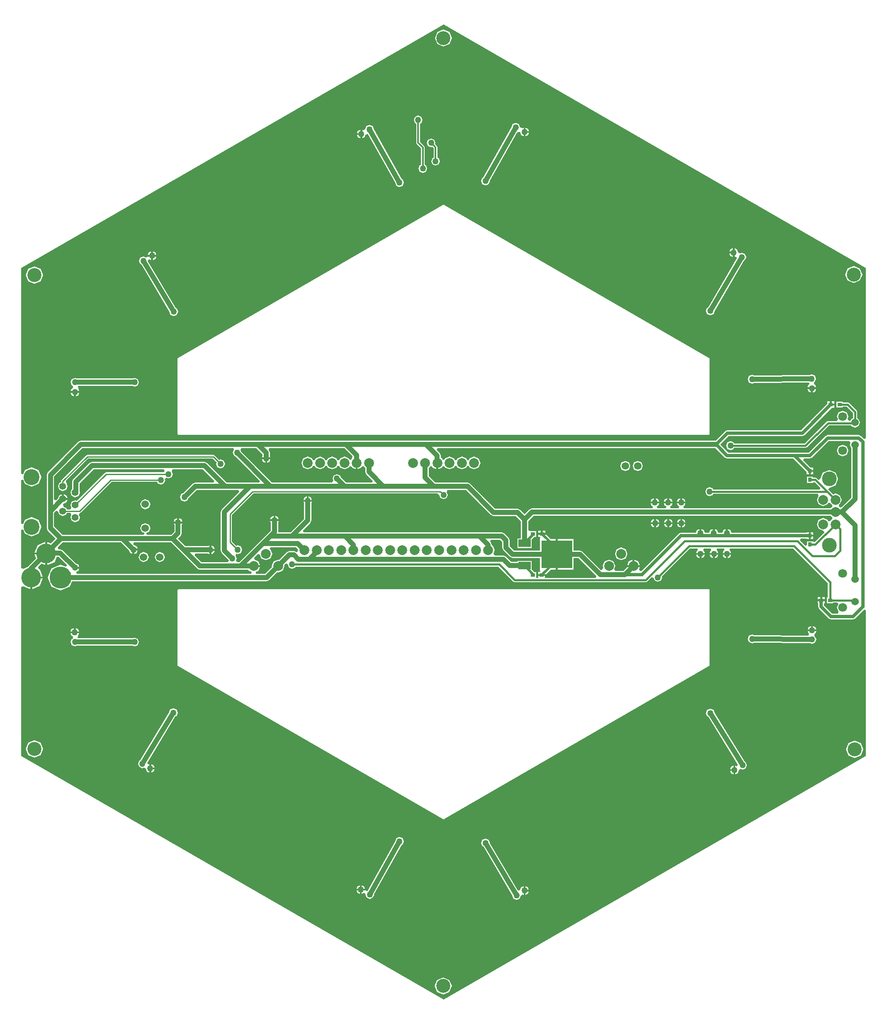
<source format=gbl>
%FSLAX25Y25*%
%MOIN*%
G70*
G01*
G75*
G04 Layer_Physical_Order=2*
G04 Layer_Color=16711680*
%ADD10R,0.01969X0.05906*%
%ADD11R,0.05906X0.01969*%
G04:AMPARAMS|DCode=12|XSize=59.06mil|YSize=35.43mil|CornerRadius=0mil|HoleSize=0mil|Usage=FLASHONLY|Rotation=120.000|XOffset=0mil|YOffset=0mil|HoleType=Round|Shape=Rectangle|*
%AMROTATEDRECTD12*
4,1,4,0.03011,-0.01671,-0.00058,-0.03443,-0.03011,0.01671,0.00058,0.03443,0.03011,-0.01671,0.0*
%
%ADD12ROTATEDRECTD12*%

%ADD13R,0.05906X0.03543*%
G04:AMPARAMS|DCode=14|XSize=59.06mil|YSize=35.43mil|CornerRadius=0mil|HoleSize=0mil|Usage=FLASHONLY|Rotation=240.000|XOffset=0mil|YOffset=0mil|HoleType=Round|Shape=Rectangle|*
%AMROTATEDRECTD14*
4,1,4,-0.00058,0.03443,0.03011,0.01671,0.00058,-0.03443,-0.03011,-0.01671,-0.00058,0.03443,0.0*
%
%ADD14ROTATEDRECTD14*%

%ADD15R,0.03543X0.03150*%
G04:AMPARAMS|DCode=16|XSize=35.43mil|YSize=31.5mil|CornerRadius=0mil|HoleSize=0mil|Usage=FLASHONLY|Rotation=300.000|XOffset=0mil|YOffset=0mil|HoleType=Round|Shape=Rectangle|*
%AMROTATEDRECTD16*
4,1,4,-0.02250,0.00747,0.00478,0.02322,0.02250,-0.00747,-0.00478,-0.02322,-0.02250,0.00747,0.0*
%
%ADD16ROTATEDRECTD16*%

G04:AMPARAMS|DCode=17|XSize=35.43mil|YSize=31.5mil|CornerRadius=0mil|HoleSize=0mil|Usage=FLASHONLY|Rotation=60.000|XOffset=0mil|YOffset=0mil|HoleType=Round|Shape=Rectangle|*
%AMROTATEDRECTD17*
4,1,4,0.00478,-0.02322,-0.02250,-0.00747,-0.00478,0.02322,0.02250,0.00747,0.00478,-0.02322,0.0*
%
%ADD17ROTATEDRECTD17*%

%ADD18R,0.03150X0.03543*%
%ADD19C,0.01181*%
%ADD20C,0.01000*%
%ADD21C,0.03937*%
%ADD22C,0.02756*%
%ADD23C,0.01969*%
%ADD24C,0.11811*%
%ADD25C,0.07874*%
%ADD26C,0.06000*%
%ADD27C,0.07087*%
%ADD28C,0.05512*%
%ADD29C,0.12795*%
%ADD30C,0.15748*%
%ADD31C,0.17716*%
%ADD32C,0.11221*%
%ADD33C,0.05000*%
%ADD34R,0.09843X0.06299*%
%ADD35R,0.24803X0.22441*%
%ADD36C,0.01575*%
G36*
X327194Y55593D02*
X326589Y54134D01*
X327706Y51438D01*
Y11747D01*
X320074Y4115D01*
X318704Y3658D01*
X317677Y4254D01*
X317721Y5872D01*
X318577Y6227D01*
X320074Y9843D01*
X318577Y13458D01*
X314961Y14956D01*
X313049Y14164D01*
X309670Y17544D01*
X309176Y18038D01*
X310039Y19330D01*
X315162Y21452D01*
X317284Y26575D01*
X315162Y31697D01*
X310039Y33819D01*
X304917Y31697D01*
X302795Y26575D01*
X301503Y25711D01*
X300123Y27091D01*
X298917Y27590D01*
X296850D01*
Y28445D01*
X292126D01*
Y23327D01*
X296850D01*
Y23665D01*
X298425Y23967D01*
X302894Y19498D01*
X302292Y18043D01*
X216730D01*
X216394Y18855D01*
X213878Y19897D01*
X211362Y18855D01*
X210320Y16339D01*
X211362Y13823D01*
X213878Y12780D01*
X216394Y13823D01*
X216730Y14634D01*
X300620D01*
X301337Y13059D01*
X300004Y9843D01*
X301502Y6227D01*
X305118Y4729D01*
X308734Y6227D01*
X309252Y7477D01*
X310827D01*
X311345Y6227D01*
X312595Y5709D01*
Y4134D01*
X311345Y3616D01*
X311083Y2983D01*
X192972D01*
X192658Y4558D01*
X193722Y4998D01*
X194505Y6890D01*
X187581D01*
X188364Y4998D01*
X189428Y4558D01*
X189115Y2983D01*
X182538D01*
X182225Y4558D01*
X183289Y4998D01*
X184072Y6890D01*
X177148D01*
X177931Y4998D01*
X178995Y4558D01*
X178682Y2983D01*
X171810D01*
X171497Y4558D01*
X172561Y4998D01*
X173344Y6890D01*
X166420D01*
X167203Y4998D01*
X168267Y4558D01*
X167954Y2983D01*
X71063D01*
X68954Y2109D01*
X65059Y-1785D01*
X61460Y1814D01*
X59350Y2688D01*
X41491D01*
X21401Y22779D01*
X19291Y23652D01*
X-6638D01*
X-11978Y28991D01*
Y35473D01*
X-11227Y35784D01*
X-10824Y36757D01*
X-9249D01*
X-8779Y35621D01*
X-5787Y34382D01*
Y39400D01*
X-4213D01*
Y34382D01*
X-1221Y35621D01*
X-751Y36757D01*
X824D01*
X1227Y35784D01*
X4843Y34286D01*
X8458Y35784D01*
X8976Y37035D01*
X10551D01*
X11069Y35784D01*
X14685Y34286D01*
X18301Y35784D01*
X18819Y37035D01*
X20394D01*
X20912Y35784D01*
X24528Y34286D01*
X28144Y35784D01*
X29641Y39400D01*
X28144Y43016D01*
X24528Y44514D01*
X20912Y43016D01*
X20394Y41765D01*
X18819D01*
X18301Y43016D01*
X14685Y44514D01*
X11069Y43016D01*
X10551Y41765D01*
X8976D01*
X8458Y43016D01*
X4843Y44514D01*
X1227Y43016D01*
X824Y42043D01*
X-751D01*
X-1221Y43179D01*
X-2135Y43557D01*
Y45276D01*
X-3009Y47385D01*
X-5615Y49991D01*
X-5013Y51446D01*
X218566D01*
X226197Y43815D01*
X227854Y43129D01*
X281017D01*
X291913Y32233D01*
Y30201D01*
X293701D01*
Y32972D01*
X294488D01*
Y33760D01*
X297063D01*
Y35744D01*
X295031D01*
X289102Y41674D01*
X289704Y43129D01*
X294587D01*
X296244Y43815D01*
X309597Y57168D01*
X326142D01*
X327194Y55593D01*
D02*
G37*
G36*
X-184149Y25107D02*
X-184751Y23652D01*
X-199635D01*
X-201744Y22779D01*
X-209423Y15099D01*
X-210812Y14524D01*
X-211854Y12008D01*
X-210812Y9492D01*
X-208296Y8450D01*
X-205780Y9492D01*
X-205205Y10881D01*
X-198399Y17686D01*
X-164771D01*
X-164168Y16231D01*
X-178290Y2109D01*
X-179164Y-0D01*
Y-30906D01*
X-178290Y-33015D01*
X-172875Y-38430D01*
X-172695Y-38864D01*
X-173738Y-40438D01*
X-194516D01*
X-200103Y-34851D01*
X-199501Y-33396D01*
X-189444D01*
X-188287Y-33876D01*
Y-30413D01*
Y-26951D01*
X-189444Y-27430D01*
X-207524D01*
X-213498Y-21457D01*
X-211277Y-19235D01*
X-210403Y-17126D01*
Y-10409D01*
X-209924Y-9252D01*
X-216848D01*
X-216369Y-10409D01*
Y-15890D01*
X-218952Y-18474D01*
X-237641D01*
X-238997Y-17947D01*
X-238933Y-16786D01*
X-237589Y-16229D01*
X-236901Y-15944D01*
X-235701Y-13046D01*
X-236901Y-10147D01*
X-239800Y-8946D01*
X-242699Y-10147D01*
X-243899Y-13046D01*
X-242699Y-15944D01*
X-242011Y-16229D01*
X-240667Y-16786D01*
X-240603Y-17947D01*
X-241959Y-18474D01*
X-306343D01*
X-313060Y-11756D01*
Y-625D01*
X-311353Y1082D01*
X-309816Y392D01*
X-308775Y-2121D01*
X-306063Y-3245D01*
X-303351Y-2121D01*
X-302805Y-803D01*
X-299938D01*
X-299057Y-2378D01*
X-299898Y-4409D01*
X-298775Y-7121D01*
X-296063Y-8245D01*
X-293351Y-7121D01*
X-292228Y-4409D01*
X-293069Y-2378D01*
X-292471Y-923D01*
X-292256Y-735D01*
X-291436Y-395D01*
X-266844Y24197D01*
X-230245D01*
X-229780Y23075D01*
X-227264Y22032D01*
X-224748Y23075D01*
X-223706Y25591D01*
X-224082Y26500D01*
X-222877Y27705D01*
X-221063Y26954D01*
X-218547Y27996D01*
X-217505Y30512D01*
X-218471Y32844D01*
X-217880Y34419D01*
X-193460D01*
X-184149Y25107D01*
D02*
G37*
G36*
X339567Y195866D02*
Y59387D01*
X337992Y58735D01*
X335558Y61169D01*
X333901Y61856D01*
X308626D01*
X306969Y61169D01*
X293616Y47816D01*
X228825D01*
X222311Y54331D01*
X229120Y61141D01*
X288386D01*
X290043Y61827D01*
X311960Y83744D01*
X313992D01*
Y85532D01*
X311221D01*
Y86319D01*
X310433D01*
Y88894D01*
X308449D01*
Y86862D01*
X287415Y65828D01*
X228150D01*
X226492Y65141D01*
X218763Y57412D01*
X-291437D01*
X-293546Y56538D01*
X-318153Y31932D01*
X-319026Y29823D01*
Y610D01*
Y-12992D01*
X-318153Y-15101D01*
X-311797Y-21457D01*
X-315679Y-25339D01*
X-318701Y-24087D01*
Y-33366D01*
Y-42645D01*
X-312696Y-40158D01*
X-310999Y-36060D01*
X-309457Y-35904D01*
X-302708Y-42652D01*
X-303600Y-43988D01*
X-307874Y-42217D01*
X-315257Y-45275D01*
X-318314Y-52658D01*
X-315257Y-60040D01*
X-307874Y-63098D01*
X-300491Y-60040D01*
X-298669Y-55640D01*
X-142194D01*
X-140084Y-54767D01*
X-133590Y-48273D01*
X-132957Y-48535D01*
X-129342Y-47037D01*
X-127844Y-43421D01*
X-128106Y-42788D01*
X-126711Y-41394D01*
X-125310Y-42126D01*
X-124268Y-44642D01*
X-121752Y-45684D01*
X-119236Y-44642D01*
X-118900Y-43830D01*
X43979D01*
X56078Y-55930D01*
X57284Y-56429D01*
X162500D01*
X163705Y-55930D01*
X167231Y-52404D01*
X168867Y-52996D01*
X169728Y-55075D01*
X172244Y-56117D01*
X174760Y-55075D01*
X175802Y-52559D01*
X175466Y-51748D01*
X198049Y-29165D01*
X204188D01*
X204502Y-30740D01*
X203916Y-30983D01*
X203132Y-32874D01*
X210057D01*
X209273Y-30983D01*
X208687Y-30740D01*
X209001Y-29165D01*
X214917D01*
X215230Y-30740D01*
X214644Y-30983D01*
X213861Y-32874D01*
X220785D01*
X220002Y-30983D01*
X219416Y-30740D01*
X219729Y-29165D01*
X225350D01*
X225663Y-30740D01*
X225077Y-30983D01*
X224294Y-32874D01*
X231218D01*
X230435Y-30983D01*
X229849Y-30740D01*
X230162Y-29165D01*
X281085D01*
X308925Y-57005D01*
Y-68504D01*
X308071D01*
Y-73228D01*
X313189D01*
Y-72571D01*
X316420D01*
X317306Y-74146D01*
X316218Y-76772D01*
X317530Y-79940D01*
X316962Y-81515D01*
X312388D01*
X305889Y-75016D01*
X305893Y-73441D01*
X306315D01*
Y-71653D01*
X300772D01*
Y-73441D01*
X301200D01*
Y-75984D01*
X301886Y-77641D01*
X309760Y-85516D01*
X311417Y-86202D01*
X329134D01*
X330791Y-85516D01*
X337992Y-78315D01*
X339567Y-78967D01*
Y-195866D01*
X0Y-391732D01*
X-339567Y-195866D01*
Y-60228D01*
X-337992Y-59572D01*
X-332283Y-61936D01*
Y-52658D01*
X-331496D01*
Y-51870D01*
X-322217D01*
X-324704Y-45866D01*
X-325562Y-45510D01*
X-325869Y-43966D01*
X-323297Y-41394D01*
X-320276Y-42645D01*
Y-34154D01*
X-328767D01*
X-327516Y-37175D01*
X-333605Y-43265D01*
X-333936Y-44063D01*
X-337992Y-45743D01*
X-339567Y-45087D01*
Y-14384D01*
X-337992Y-14071D01*
X-336602Y-17428D01*
X-331102Y-19706D01*
X-325603Y-17428D01*
X-323325Y-11929D01*
X-325603Y-6430D01*
X-331102Y-4152D01*
X-336602Y-6430D01*
X-337992Y-9787D01*
X-339567Y-9474D01*
Y25616D01*
X-337992Y25929D01*
X-336602Y22572D01*
X-331102Y20294D01*
X-325603Y22572D01*
X-323325Y28071D01*
X-325603Y33570D01*
X-331102Y35848D01*
X-336602Y33570D01*
X-337992Y30213D01*
X-339567Y30526D01*
Y195866D01*
X0Y391732D01*
X339567Y195866D01*
D02*
G37*
G36*
X-73197Y44963D02*
X-73421Y43259D01*
X-73615Y43179D01*
X-74085Y42043D01*
X-75660D01*
X-76063Y43016D01*
X-79679Y44514D01*
X-83295Y43016D01*
X-83813Y41765D01*
X-85387D01*
X-85905Y43016D01*
X-89521Y44514D01*
X-93137Y43016D01*
X-93655Y41765D01*
X-95230D01*
X-95748Y43016D01*
X-99364Y44514D01*
X-102980Y43016D01*
X-103498Y41765D01*
X-105072D01*
X-105590Y43016D01*
X-109206Y44514D01*
X-112822Y43016D01*
X-114320Y39400D01*
X-112822Y35784D01*
X-109206Y34286D01*
X-105590Y35784D01*
X-105072Y37035D01*
X-103498D01*
X-102980Y35784D01*
X-99364Y34286D01*
X-95748Y35784D01*
X-95230Y37035D01*
X-93655D01*
X-93137Y35784D01*
X-89521Y34286D01*
X-85905Y35784D01*
X-85387Y37035D01*
X-83813D01*
X-83295Y35784D01*
X-79679Y34286D01*
X-76063Y35784D01*
X-75660Y36757D01*
X-74085D01*
X-73615Y35621D01*
X-70624Y34382D01*
Y39400D01*
X-69049D01*
Y34382D01*
X-66058Y35621D01*
X-65587Y36757D01*
X-64012D01*
X-63610Y35784D01*
X-62977Y35522D01*
Y32336D01*
X-62103Y30227D01*
X-56983Y25107D01*
X-57586Y23652D01*
X-78292D01*
X-82637Y27997D01*
X-83212Y29386D01*
X-85728Y30428D01*
X-88244Y29386D01*
X-89287Y26870D01*
X-88606Y25227D01*
X-89600Y23652D01*
X-137741D01*
X-162755Y48667D01*
X-163254Y49871D01*
X-162663Y51446D01*
X-150547D01*
X-145503Y46402D01*
Y45055D01*
X-145982Y43898D01*
X-139058D01*
X-139537Y45055D01*
Y47638D01*
X-140410Y49747D01*
X-140655Y49991D01*
X-140052Y51446D01*
X-79681D01*
X-73197Y44963D01*
D02*
G37*
G36*
X-197861Y-45531D02*
X-195752Y-46404D01*
X-156751D01*
X-156421Y-47200D01*
X-154249Y-48100D01*
X-154562Y-49674D01*
X-294905D01*
X-295218Y-48100D01*
X-293679Y-47462D01*
X-292896Y-45571D01*
X-296358D01*
Y-43996D01*
X-292896D01*
X-293679Y-42105D01*
X-295624Y-41299D01*
X-306166Y-30757D01*
X-308276Y-29883D01*
X-309560D01*
X-310212Y-28308D01*
X-306343Y-24440D01*
X-259306D01*
X-252795Y-30951D01*
X-251990Y-32895D01*
X-250098Y-33679D01*
Y-30217D01*
X-249311D01*
Y-29429D01*
X-245849D01*
X-246632Y-27538D01*
X-248577Y-26732D01*
X-249414Y-25895D01*
X-248812Y-24440D01*
X-218952D01*
X-197861Y-45531D01*
D02*
G37*
G36*
X-116833Y-29904D02*
X-117163Y-30700D01*
X-116868Y-31410D01*
X-118087Y-32283D01*
X-118193Y-32329D01*
X-120276Y-31466D01*
X-123985D01*
X-126094Y-32340D01*
X-132325Y-38570D01*
X-132957Y-38308D01*
X-136573Y-39805D01*
X-138071Y-43421D01*
X-137809Y-44054D01*
X-143429Y-49674D01*
X-150723D01*
X-151036Y-48100D01*
X-148864Y-47200D01*
X-147625Y-44209D01*
X-152643D01*
Y-42634D01*
X-147625D01*
X-148864Y-39643D01*
X-151833Y-38413D01*
X-152270Y-36623D01*
X-149369Y-33721D01*
X-147646Y-34225D01*
X-146416Y-37195D01*
X-142800Y-38692D01*
X-139184Y-37195D01*
X-137686Y-33579D01*
X-139184Y-29963D01*
X-139495Y-29834D01*
X-139182Y-28259D01*
X-118478D01*
X-116833Y-29904D01*
D02*
G37*
G36*
X-168439Y49871D02*
X-169405Y47539D01*
X-168362Y45023D01*
X-166974Y44448D01*
X-147633Y25107D01*
X-148235Y23652D01*
X-174257D01*
X-190115Y39511D01*
X-192224Y40385D01*
X-282579D01*
X-284688Y39511D01*
X-297779Y26420D01*
X-298652Y24311D01*
Y18353D01*
X-298775Y18303D01*
X-299898Y15591D01*
X-298775Y12879D01*
X-296063Y11755D01*
X-293351Y12879D01*
X-292228Y15591D01*
X-292686Y16698D01*
Y23075D01*
X-281343Y34419D01*
X-224945D01*
X-224191Y32866D01*
X-224770Y31905D01*
X-271142D01*
X-272127Y31497D01*
X-294744Y8880D01*
X-296063Y9426D01*
X-298775Y8303D01*
X-299898Y5591D01*
X-299057Y3559D01*
X-299938Y1984D01*
X-302805D01*
X-303351Y3303D01*
X-305266Y4096D01*
X-305920Y5799D01*
X-305406Y6797D01*
X-303188Y7716D01*
X-302324Y9803D01*
X-306063D01*
Y10591D01*
X-306850D01*
Y14330D01*
X-308938Y13465D01*
X-310020Y10852D01*
X-311605Y9267D01*
X-313060Y9869D01*
Y28587D01*
X-290201Y51446D01*
X-169029D01*
X-168439Y49871D01*
D02*
G37*
G36*
X38147Y-2405D02*
X40256Y-3278D01*
X58115D01*
X62045Y-7208D01*
Y-21167D01*
X59319D01*
Y-29041D01*
X70736D01*
Y-22107D01*
X72961Y-19882D01*
X74508D01*
Y-15157D01*
X69390D01*
Y-15157D01*
X68010Y-14685D01*
Y-7271D01*
X72299Y-2983D01*
X311083D01*
X311345Y-3616D01*
X312595Y-4134D01*
Y-5709D01*
X311345Y-6227D01*
X310827Y-7477D01*
X309252D01*
X308734Y-6227D01*
X305118Y-4729D01*
X301502Y-6227D01*
X300004Y-9843D01*
X301502Y-13458D01*
X305118Y-14956D01*
X305274Y-14892D01*
X306166Y-16227D01*
X298425Y-23968D01*
X296850Y-23524D01*
Y-23524D01*
X292126D01*
Y-26536D01*
X290671Y-27138D01*
X286447Y-22915D01*
X287100Y-21340D01*
X291913D01*
Y-21768D01*
X293701D01*
Y-18996D01*
Y-16224D01*
X291913D01*
Y-16652D01*
X231290D01*
X230336Y-14349D01*
X228445Y-13565D01*
Y-17028D01*
X226870D01*
Y-13565D01*
X224979Y-14349D01*
X224025Y-16652D01*
X220857D01*
X219903Y-14349D01*
X218012Y-13565D01*
Y-17028D01*
X216437D01*
Y-13565D01*
X214546Y-14349D01*
X213592Y-16652D01*
X210129D01*
X209175Y-14349D01*
X207283Y-13565D01*
Y-17028D01*
X205709D01*
Y-13565D01*
X203817Y-14349D01*
X202863Y-16652D01*
X190847D01*
X189189Y-17339D01*
X159086Y-47442D01*
X157887Y-47328D01*
X156988Y-45832D01*
X157660Y-44209D01*
X147625D01*
X147628Y-44217D01*
X144501Y-47344D01*
X138151D01*
X137099Y-45769D01*
X138071Y-43421D01*
X136573Y-39805D01*
X132957Y-38308D01*
X129342Y-39805D01*
X127844Y-43421D01*
X128413Y-44794D01*
X127409Y-46420D01*
X126448Y-46504D01*
X111875Y-31932D01*
X109766Y-31058D01*
X104374D01*
Y-21821D01*
X91760D01*
Y-34041D01*
Y-46261D01*
X104374D01*
Y-37024D01*
X108530D01*
X122952Y-51445D01*
X122299Y-53020D01*
X81615D01*
Y-51487D01*
X76072D01*
Y-53020D01*
X74316D01*
Y-48338D01*
X72981D01*
X70736Y-46093D01*
Y-39159D01*
X59319D01*
Y-40113D01*
X54469D01*
X50141Y-35784D01*
X48031Y-34911D01*
X41241D01*
X40188Y-33336D01*
X41236Y-30807D01*
X39738Y-27191D01*
X39703Y-27177D01*
X39597Y-26921D01*
X38802Y-26592D01*
Y-26173D01*
X37928Y-24064D01*
X37593Y-23729D01*
X38196Y-22274D01*
X45615D01*
X47214Y-23873D01*
Y-28642D01*
X48088Y-30751D01*
X53487Y-36150D01*
X55596Y-37024D01*
X77571D01*
Y-46261D01*
X77571D01*
X77773Y-47836D01*
X77580Y-48125D01*
X76072D01*
Y-49913D01*
X82343D01*
X85994Y-46261D01*
X90185D01*
Y-34041D01*
Y-21821D01*
X86048D01*
X82535Y-18307D01*
X76264D01*
Y-20095D01*
X77577D01*
X77678Y-20246D01*
X77571Y-21821D01*
X77571D01*
Y-31058D01*
X56832D01*
X53180Y-27406D01*
Y-22638D01*
X52306Y-20528D01*
X48960Y-17182D01*
X46850Y-16308D01*
X-112493D01*
X-113095Y-14853D01*
X-107143Y-8901D01*
X-106269Y-6791D01*
Y7111D01*
X-105790Y8268D01*
X-112714D01*
X-112235Y7111D01*
Y-5556D01*
X-122988Y-16308D01*
X-132776D01*
X-132942Y-16059D01*
Y-8539D01*
X-132463Y-7382D01*
X-139387D01*
X-138908Y-8539D01*
Y-14823D01*
X-141267Y-17182D01*
X-147252Y-23167D01*
X-164375Y-40291D01*
X-165994Y-40188D01*
X-166872Y-38864D01*
X-166225Y-37303D01*
X-167227Y-34883D01*
X-166528Y-33468D01*
X-165551Y-33873D01*
X-163035Y-32831D01*
X-161993Y-30315D01*
X-163035Y-27799D01*
X-165551Y-26757D01*
X-166674Y-27222D01*
X-170260Y-23635D01*
Y-2349D01*
X-152966Y14945D01*
X-4780D01*
X-3558Y13780D01*
X-2516Y11264D01*
X0Y10221D01*
X2516Y11264D01*
X3558Y13780D01*
X2592Y16112D01*
X3183Y17686D01*
X18056D01*
X38147Y-2405D01*
D02*
G37*
%LPC*%
G36*
X231218Y-34449D02*
X228543D01*
Y-37124D01*
X230435Y-36340D01*
X231218Y-34449D01*
D02*
G37*
G36*
X226969D02*
X224294D01*
X225077Y-36340D01*
X226969Y-37124D01*
Y-34449D01*
D02*
G37*
G36*
X68575Y-304829D02*
X65900D01*
Y-307504D01*
X67791Y-306721D01*
X68575Y-304829D01*
D02*
G37*
G36*
X-245849Y-31004D02*
X-248524D01*
Y-33679D01*
X-246632Y-32895D01*
X-245849Y-31004D01*
D02*
G37*
G36*
X33762Y-262387D02*
X31246Y-263429D01*
X30204Y-265945D01*
X31246Y-268461D01*
X31961Y-268757D01*
X55141Y-307882D01*
X55103Y-307972D01*
X56145Y-310489D01*
X58661Y-311531D01*
X61177Y-310489D01*
X62091Y-308283D01*
X62907Y-307593D01*
X63607Y-307207D01*
X64325Y-307504D01*
Y-304042D01*
Y-300580D01*
X62434Y-301363D01*
X61450Y-303738D01*
X59869Y-304159D01*
X37283Y-266035D01*
X37321Y-265945D01*
X36279Y-263429D01*
X33762Y-262387D01*
D02*
G37*
G36*
X-184038Y-31201D02*
X-186713D01*
Y-33876D01*
X-184821Y-33092D01*
X-184038Y-31201D01*
D02*
G37*
G36*
X65900Y-300580D02*
Y-303255D01*
X68575D01*
X67791Y-301363D01*
X65900Y-300580D01*
D02*
G37*
G36*
X216535Y-34449D02*
X213861D01*
X214644Y-36340D01*
X216535Y-37124D01*
Y-34449D01*
D02*
G37*
G36*
X210057D02*
X207382D01*
Y-37124D01*
X209273Y-36340D01*
X210057Y-34449D01*
D02*
G37*
G36*
X220785D02*
X218110D01*
Y-37124D01*
X220002Y-36340D01*
X220785Y-34449D01*
D02*
G37*
G36*
X-67323Y-304134D02*
X-69998D01*
X-69214Y-306025D01*
X-67323Y-306809D01*
Y-304134D01*
D02*
G37*
G36*
X-35393Y-261107D02*
X-37909Y-262149D01*
X-38951Y-264665D01*
X-38892Y-264809D01*
X-61109Y-304495D01*
X-61603Y-304699D01*
X-62623Y-304134D01*
X-65748D01*
Y-306809D01*
X-64022Y-306094D01*
X-62635Y-306862D01*
X-62635Y-306862D01*
X-62810Y-307283D01*
X-61768Y-309800D01*
X-59252Y-310842D01*
X-56736Y-309800D01*
X-55694Y-307283D01*
X-55753Y-307140D01*
X-33535Y-267454D01*
X-32877Y-267181D01*
X-31834Y-264665D01*
X-32877Y-262149D01*
X-35393Y-261107D01*
D02*
G37*
G36*
X-320276Y-24087D02*
X-326280Y-26574D01*
X-328767Y-32579D01*
X-320276D01*
Y-24087D01*
D02*
G37*
G36*
X179921Y-9744D02*
X177246D01*
X178030Y-11636D01*
X179921Y-12419D01*
Y-9744D01*
D02*
G37*
G36*
X173442D02*
X170768D01*
Y-12419D01*
X172659Y-11636D01*
X173442Y-9744D01*
D02*
G37*
G36*
X169193D02*
X166518D01*
X167301Y-11636D01*
X169193Y-12419D01*
Y-9744D01*
D02*
G37*
G36*
X194604D02*
X191929D01*
Y-12419D01*
X193820Y-11636D01*
X194604Y-9744D01*
D02*
G37*
G36*
X190354D02*
X187679D01*
X188463Y-11636D01*
X190354Y-12419D01*
Y-9744D01*
D02*
G37*
G36*
X184171D02*
X181496D01*
Y-12419D01*
X183387Y-11636D01*
X184171Y-9744D01*
D02*
G37*
G36*
X297063Y-19783D02*
X295275D01*
Y-21768D01*
X297063D01*
Y-19783D01*
D02*
G37*
G36*
X-186713Y-26951D02*
Y-29626D01*
X-184038D01*
X-184821Y-27735D01*
X-186713Y-26951D01*
D02*
G37*
G36*
X-300Y-373875D02*
X-5196Y-375904D01*
X-7225Y-380800D01*
X-5196Y-385697D01*
X-300Y-387725D01*
X4597Y-385697D01*
X6625Y-380800D01*
X4597Y-375904D01*
X-300Y-373875D01*
D02*
G37*
G36*
X81807Y-14945D02*
X79823D01*
Y-16732D01*
X81807D01*
Y-14945D01*
D02*
G37*
G36*
X78248D02*
X76264D01*
Y-16732D01*
X78248D01*
Y-14945D01*
D02*
G37*
G36*
X297063Y-16224D02*
X295275D01*
Y-18209D01*
X297063D01*
Y-16224D01*
D02*
G37*
G36*
X205807Y-34449D02*
X203132D01*
X203916Y-36340D01*
X205807Y-37124D01*
Y-34449D01*
D02*
G37*
G36*
X-328900Y-183375D02*
X-333797Y-185404D01*
X-335825Y-190300D01*
X-333797Y-195196D01*
X-328900Y-197225D01*
X-324004Y-195196D01*
X-321975Y-190300D01*
X-324004Y-185404D01*
X-328900Y-183375D01*
D02*
G37*
G36*
X330400Y-183675D02*
X325503Y-185704D01*
X323475Y-190600D01*
X325503Y-195496D01*
X330400Y-197525D01*
X335297Y-195496D01*
X337325Y-190600D01*
X335297Y-185704D01*
X330400Y-183675D01*
D02*
G37*
G36*
X214469Y-158056D02*
X211952Y-159098D01*
X210910Y-161614D01*
X211952Y-164130D01*
X212715Y-164446D01*
X236612Y-202972D01*
X236062Y-203805D01*
X235442Y-204192D01*
X234547Y-203821D01*
Y-207283D01*
Y-210746D01*
X236439Y-209962D01*
X237490Y-207423D01*
X237548Y-207283D01*
X237548D01*
X238835Y-206276D01*
X240354Y-206905D01*
X242870Y-205862D01*
X243913Y-203346D01*
X242870Y-200830D01*
X242108Y-200515D01*
X218007Y-161661D01*
X218027Y-161614D01*
X216985Y-159098D01*
X214469Y-158056D01*
D02*
G37*
G36*
X-297244Y-93191D02*
X-299135Y-93975D01*
X-299919Y-95866D01*
X-297244D01*
Y-93191D01*
D02*
G37*
G36*
X299624Y-95768D02*
X292699D01*
X293483Y-97659D01*
X293788Y-97786D01*
X293469Y-99358D01*
X249448Y-98997D01*
X248031Y-98410D01*
X245515Y-99452D01*
X244473Y-101969D01*
X245515Y-104485D01*
X248031Y-105527D01*
X249393Y-104963D01*
X294646Y-105334D01*
X296063Y-105921D01*
X298579Y-104878D01*
X299621Y-102362D01*
X298579Y-99846D01*
X298127Y-99659D01*
Y-97954D01*
X298840Y-97659D01*
X299624Y-95768D01*
D02*
G37*
G36*
X-292994Y-97441D02*
X-299919D01*
X-299135Y-99332D01*
X-297947Y-99825D01*
Y-101529D01*
X-298874Y-101913D01*
X-299917Y-104429D01*
X-298874Y-106945D01*
X-296358Y-107987D01*
X-294969Y-107412D01*
X-249716D01*
X-248327Y-107987D01*
X-245811Y-106945D01*
X-244769Y-104429D01*
X-245811Y-101913D01*
X-248327Y-100871D01*
X-249716Y-101446D01*
X-293820D01*
X-294085Y-101164D01*
X-293778Y-99332D01*
X-292994Y-97441D01*
D02*
G37*
G36*
X-217224Y-157761D02*
X-219741Y-158803D01*
X-220783Y-161319D01*
X-220756Y-161384D01*
X-243900Y-199440D01*
X-244642Y-199748D01*
X-245684Y-202264D01*
X-244642Y-204780D01*
X-242126Y-205822D01*
X-240943Y-205332D01*
X-239517Y-206004D01*
X-239517Y-206004D01*
X-239360Y-206381D01*
X-238407Y-208683D01*
X-236516Y-209466D01*
Y-206004D01*
Y-202542D01*
X-237110Y-202788D01*
X-238188Y-201530D01*
X-215450Y-164142D01*
X-214708Y-163835D01*
X-213666Y-161319D01*
X-214708Y-158803D01*
X-217224Y-157761D01*
D02*
G37*
G36*
X232972Y-208071D02*
X230298D01*
X231081Y-209962D01*
X232972Y-210746D01*
Y-208071D01*
D02*
G37*
G36*
X213090Y-62140D02*
X-213090D01*
X-213693Y-62389D01*
X-213943Y-62992D01*
Y-123031D01*
X-213899Y-123138D01*
X-213914Y-123252D01*
X-213778Y-123429D01*
X-213693Y-123634D01*
X-213587Y-123678D01*
X-213517Y-123770D01*
X-426Y-246801D01*
X-312Y-246816D01*
X-221Y-246886D01*
X0Y-246857D01*
X221Y-246886D01*
X312Y-246816D01*
X426Y-246801D01*
X213517Y-123770D01*
X213587Y-123678D01*
X213693Y-123634D01*
X213778Y-123429D01*
X213914Y-123252D01*
X213899Y-123138D01*
X213943Y-123031D01*
Y-62992D01*
X213693Y-62389D01*
X213090Y-62140D01*
D02*
G37*
G36*
X-234941Y-202542D02*
Y-205217D01*
X-232266D01*
X-233050Y-203325D01*
X-234941Y-202542D01*
D02*
G37*
G36*
X232972Y-203821D02*
X231081Y-204605D01*
X230298Y-206496D01*
X232972D01*
Y-203821D01*
D02*
G37*
G36*
X-232266Y-206791D02*
X-234941D01*
Y-209466D01*
X-233050Y-208683D01*
X-232266Y-206791D01*
D02*
G37*
G36*
X-295669Y-93191D02*
Y-95866D01*
X-292994D01*
X-293778Y-93975D01*
X-295669Y-93191D01*
D02*
G37*
G36*
X-67323Y-299884D02*
X-69214Y-300668D01*
X-69998Y-302559D01*
X-67323D01*
Y-299884D01*
D02*
G37*
G36*
X153430Y-38404D02*
Y-42634D01*
X157660D01*
X156421Y-39643D01*
X153430Y-38404D01*
D02*
G37*
G36*
X-65748Y-299884D02*
Y-302559D01*
X-63073D01*
X-63857Y-300668D01*
X-65748Y-299884D01*
D02*
G37*
G36*
X142800Y-28465D02*
X139184Y-29963D01*
X137686Y-33579D01*
X139184Y-37195D01*
X142800Y-38692D01*
X146416Y-37195D01*
X147914Y-33579D01*
X146416Y-29963D01*
X142800Y-28465D01*
D02*
G37*
G36*
X-228104Y-32100D02*
X-231003Y-33301D01*
X-232203Y-36200D01*
X-231003Y-39099D01*
X-228104Y-40299D01*
X-225205Y-39099D01*
X-224005Y-36200D01*
X-225205Y-33301D01*
X-228104Y-32100D01*
D02*
G37*
G36*
X-241096D02*
X-243995Y-33301D01*
X-245196Y-36200D01*
X-243995Y-39099D01*
X-241096Y-40299D01*
X-238197Y-39099D01*
X-236997Y-36200D01*
X-238197Y-33301D01*
X-241096Y-32100D01*
D02*
G37*
G36*
X302756Y-68291D02*
X300772D01*
Y-70079D01*
X302756D01*
Y-68291D01*
D02*
G37*
G36*
X296949Y-91518D02*
Y-94193D01*
X299624D01*
X298840Y-92301D01*
X296949Y-91518D01*
D02*
G37*
G36*
X295374D02*
X293483Y-92301D01*
X292699Y-94193D01*
X295374D01*
Y-91518D01*
D02*
G37*
G36*
X151855Y-38404D02*
X148864Y-39643D01*
X147625Y-42634D01*
X151855D01*
Y-38404D01*
D02*
G37*
G36*
X-322217Y-53445D02*
X-330709D01*
Y-61936D01*
X-324704Y-59449D01*
X-322217Y-53445D01*
D02*
G37*
G36*
X306315Y-68291D02*
X304331D01*
Y-70079D01*
X306315D01*
Y-68291D01*
D02*
G37*
G36*
X169193Y-5494D02*
X167301Y-6278D01*
X166518Y-8169D01*
X169193D01*
Y-5494D01*
D02*
G37*
G36*
X329700Y197725D02*
X324803Y195696D01*
X322775Y190800D01*
X324803Y185904D01*
X329700Y183875D01*
X334596Y185904D01*
X336625Y190800D01*
X334596Y195696D01*
X329700Y197725D01*
D02*
G37*
G36*
X-328900Y197325D02*
X-333797Y195297D01*
X-335825Y190400D01*
X-333797Y185503D01*
X-328900Y183475D01*
X-324004Y185503D01*
X-321975Y190400D01*
X-324004Y195297D01*
X-328900Y197325D01*
D02*
G37*
G36*
X234055Y211927D02*
Y208465D01*
Y205002D01*
X234751Y205290D01*
X234929Y205211D01*
X235922Y204071D01*
X212658Y164422D01*
X211952Y164130D01*
X210910Y161614D01*
X211952Y159098D01*
X214469Y158056D01*
X216985Y159098D01*
X218027Y161614D01*
X217986Y161714D01*
X241575Y201916D01*
X242280Y202208D01*
X243322Y204724D01*
X242280Y207241D01*
X239764Y208283D01*
X238462Y207743D01*
X237056Y208465D01*
X237056Y208465D01*
X236914Y208807D01*
X235946Y211143D01*
X234055Y211927D01*
D02*
G37*
G36*
X232480Y207677D02*
X229805D01*
X230589Y205786D01*
X232480Y205002D01*
Y207677D01*
D02*
G37*
G36*
X-230888Y205118D02*
X-233563D01*
Y202443D01*
X-231672Y203227D01*
X-230888Y205118D01*
D02*
G37*
G36*
X-241240Y205330D02*
X-243756Y204288D01*
X-244798Y201772D01*
X-243756Y199256D01*
X-243034Y198957D01*
X-220453Y161107D01*
X-220487Y161024D01*
X-219445Y158508D01*
X-216929Y157465D01*
X-214413Y158508D01*
X-213371Y161024D01*
X-214413Y163540D01*
X-215135Y163839D01*
X-237717Y201688D01*
X-237682Y201772D01*
X-237717Y201857D01*
X-236487Y203002D01*
X-235138Y202443D01*
Y205118D01*
X-238615D01*
X-239266Y204512D01*
X-241240Y205330D01*
D02*
G37*
G36*
X295866Y110645D02*
X294449Y110058D01*
X249393Y109687D01*
X248031Y110251D01*
X245515Y109209D01*
X244473Y106693D01*
X245515Y104177D01*
X248031Y103135D01*
X249448Y103721D01*
X293757Y104086D01*
X294076Y102514D01*
X293286Y102187D01*
X292502Y100295D01*
X299427D01*
X298643Y102187D01*
X297693Y102580D01*
Y104285D01*
X298382Y104570D01*
X299424Y107087D01*
X298382Y109603D01*
X295866Y110645D01*
D02*
G37*
G36*
X-292896Y95669D02*
X-295571D01*
Y92994D01*
X-293679Y93778D01*
X-292896Y95669D01*
D02*
G37*
G36*
X-297146D02*
X-299820D01*
X-299037Y93778D01*
X-297146Y92994D01*
Y95669D01*
D02*
G37*
G36*
X313992Y88894D02*
X312008D01*
Y87106D01*
X313992D01*
Y88894D01*
D02*
G37*
G36*
X-248327Y107791D02*
X-249716Y107215D01*
X-294969D01*
X-296358Y107791D01*
X-298874Y106748D01*
X-299917Y104232D01*
X-298874Y101716D01*
X-297898Y101312D01*
Y99607D01*
X-299037Y99136D01*
X-299820Y97244D01*
X-292896D01*
X-293679Y99136D01*
X-294039Y100989D01*
X-293801Y101249D01*
X-249716D01*
X-248327Y100674D01*
X-245811Y101716D01*
X-244769Y104232D01*
X-245811Y106748D01*
X-248327Y107791D01*
D02*
G37*
G36*
X299427Y98721D02*
X296752D01*
Y96046D01*
X298643Y96829D01*
X299427Y98721D01*
D02*
G37*
G36*
X295177D02*
X292502D01*
X293286Y96829D01*
X295177Y96046D01*
Y98721D01*
D02*
G37*
G36*
X-66929Y307104D02*
X-68821Y306321D01*
X-69604Y304429D01*
X-66929D01*
Y307104D01*
D02*
G37*
G36*
X68620Y304528D02*
X65945D01*
Y301853D01*
X67836Y302636D01*
X68620Y304528D01*
D02*
G37*
G36*
X58071Y312613D02*
X55555Y311571D01*
X54513Y309055D01*
X54569Y308918D01*
X31912Y268737D01*
X31246Y268461D01*
X30204Y265945D01*
X31246Y263429D01*
X33762Y262387D01*
X36279Y263429D01*
X37321Y265945D01*
X37264Y266082D01*
X59215Y305012D01*
X61248Y305411D01*
X61353Y305328D01*
X61384Y305279D01*
X62479Y302636D01*
X64370Y301853D01*
Y305315D01*
Y308777D01*
X62980Y308201D01*
X61844Y308919D01*
X61586Y309159D01*
X60587Y311571D01*
X58071Y312613D01*
D02*
G37*
G36*
X-100Y387725D02*
X-4997Y385697D01*
X-7025Y380800D01*
X-4997Y375904D01*
X-100Y373875D01*
X4797Y375904D01*
X6825Y380800D01*
X4797Y385697D01*
X-100Y387725D01*
D02*
G37*
G36*
X-59547Y311039D02*
X-62063Y309996D01*
X-62965Y307819D01*
X-63956Y307040D01*
X-64509Y306754D01*
X-65354Y307104D01*
Y303642D01*
Y300180D01*
X-63463Y300963D01*
X-62464Y303375D01*
X-60898Y303804D01*
X-38895Y264802D01*
X-38951Y264665D01*
X-37909Y262149D01*
X-35393Y261107D01*
X-32877Y262149D01*
X-31834Y264665D01*
X-32877Y267181D01*
X-33543Y267457D01*
X-56045Y307344D01*
X-55989Y307480D01*
X-57031Y309996D01*
X-59547Y311039D01*
D02*
G37*
G36*
X65945Y308777D02*
Y306102D01*
X68620D01*
X67836Y307994D01*
X65945Y308777D01*
D02*
G37*
G36*
X-66929Y302854D02*
X-69604D01*
X-68821Y300963D01*
X-66929Y300180D01*
Y302854D01*
D02*
G37*
G36*
X232480Y211927D02*
X230589Y211143D01*
X229805Y209252D01*
X232480D01*
Y211927D01*
D02*
G37*
G36*
X-233563Y209368D02*
Y206693D01*
X-230888D01*
X-231672Y208584D01*
X-233563Y209368D01*
D02*
G37*
G36*
X-235138D02*
X-237029Y208584D01*
X-237813Y206693D01*
X-235138D01*
Y209368D01*
D02*
G37*
G36*
X-10024Y300126D02*
X-12540Y299084D01*
X-13582Y296568D01*
X-12540Y294052D01*
X-10024Y293010D01*
X-9161Y293367D01*
X-7981Y292395D01*
Y284752D01*
X-9005Y284327D01*
X-10047Y281811D01*
X-9005Y279295D01*
X-6489Y278253D01*
X-3973Y279295D01*
X-2931Y281811D01*
X-3973Y284327D01*
X-4998Y284752D01*
Y293033D01*
X-4998Y293033D01*
X-5435Y294088D01*
X-6890Y295543D01*
X-6466Y296568D01*
X-7508Y299084D01*
X-10024Y300126D01*
D02*
G37*
G36*
X-20457Y318532D02*
X-22973Y317489D01*
X-24015Y314973D01*
X-22973Y312457D01*
X-21948Y312033D01*
Y296679D01*
X-21948Y296679D01*
X-21512Y295624D01*
X-18181Y292293D01*
Y278952D01*
X-19205Y278527D01*
X-20247Y276011D01*
X-19205Y273495D01*
X-16689Y272453D01*
X-14173Y273495D01*
X-13131Y276011D01*
X-14173Y278527D01*
X-15198Y278952D01*
Y292911D01*
X-15198Y292911D01*
X-15635Y293966D01*
X-18966Y297297D01*
Y312033D01*
X-17941Y312457D01*
X-16899Y314973D01*
X-17941Y317489D01*
X-20457Y318532D01*
D02*
G37*
G36*
X221Y246886D02*
X0Y246857D01*
X-221Y246886D01*
X-312Y246816D01*
X-426Y246801D01*
X-213517Y123770D01*
X-213587Y123678D01*
X-213693Y123634D01*
X-213778Y123429D01*
X-213914Y123252D01*
X-213899Y123138D01*
X-213943Y123031D01*
Y62992D01*
X-213693Y62389D01*
X-213090Y62140D01*
X213090D01*
X213693Y62389D01*
X213943Y62992D01*
Y123031D01*
X213899Y123138D01*
X213914Y123252D01*
X213778Y123429D01*
X213693Y123634D01*
X213587Y123678D01*
X213517Y123770D01*
X426Y246801D01*
X312Y246816D01*
X221Y246886D01*
D02*
G37*
G36*
X320866Y88681D02*
X315748D01*
Y83957D01*
X320866D01*
Y84614D01*
X324196D01*
X329102Y79707D01*
Y75293D01*
X327790Y74749D01*
X327229Y73395D01*
X325671Y73332D01*
X324743Y74720D01*
X325593Y76772D01*
X324220Y80086D01*
X320905Y81459D01*
X317591Y80086D01*
X316218Y76772D01*
X317068Y74720D01*
X316015Y73146D01*
X309039D01*
X307834Y72646D01*
X290239Y55051D01*
X233561D01*
X233225Y55862D01*
X230709Y56905D01*
X228193Y55862D01*
X227150Y53347D01*
X228193Y50830D01*
X230709Y49788D01*
X233225Y50830D01*
X233561Y51642D01*
X290945D01*
X292150Y52141D01*
X309745Y69736D01*
X327465D01*
X327790Y68952D01*
X330689Y67751D01*
X333588Y68952D01*
X334788Y71850D01*
X333588Y74749D01*
X332512Y75195D01*
Y80413D01*
X332012Y81619D01*
X326107Y87524D01*
X324902Y88023D01*
X320866D01*
Y88681D01*
D02*
G37*
G36*
X-239800Y10345D02*
X-242699Y9144D01*
X-243899Y6246D01*
X-242699Y3347D01*
X-239800Y2146D01*
X-236901Y3347D01*
X-235701Y6246D01*
X-236901Y9144D01*
X-239800Y10345D01*
D02*
G37*
G36*
X-135138Y-3132D02*
Y-5807D01*
X-132463D01*
X-133246Y-3916D01*
X-135138Y-3132D01*
D02*
G37*
G36*
X-136713D02*
X-138604Y-3916D01*
X-139387Y-5807D01*
X-136713D01*
Y-3132D01*
D02*
G37*
G36*
X179823Y11139D02*
X177931Y10356D01*
X177148Y8465D01*
X179823D01*
Y11139D01*
D02*
G37*
G36*
X170669D02*
Y8465D01*
X173344D01*
X172561Y10356D01*
X170669Y11139D01*
D02*
G37*
G36*
X169094D02*
X167203Y10356D01*
X166420Y8465D01*
X169094D01*
Y11139D01*
D02*
G37*
G36*
X-212598Y-5002D02*
Y-7677D01*
X-209924D01*
X-210707Y-5786D01*
X-212598Y-5002D01*
D02*
G37*
G36*
X181496Y-5494D02*
Y-8169D01*
X184171D01*
X183387Y-6278D01*
X181496Y-5494D01*
D02*
G37*
G36*
X179921D02*
X178030Y-6278D01*
X177246Y-8169D01*
X179921D01*
Y-5494D01*
D02*
G37*
G36*
X170768D02*
Y-8169D01*
X173442D01*
X172659Y-6278D01*
X170768Y-5494D01*
D02*
G37*
G36*
X-214173Y-5002D02*
X-216065Y-5786D01*
X-216848Y-7677D01*
X-214173D01*
Y-5002D01*
D02*
G37*
G36*
X191929Y-5494D02*
Y-8169D01*
X194604D01*
X193820Y-6278D01*
X191929Y-5494D01*
D02*
G37*
G36*
X190354D02*
X188463Y-6278D01*
X187679Y-8169D01*
X190354D01*
Y-5494D01*
D02*
G37*
G36*
X-185039Y45882D02*
X-286319D01*
X-287304Y45474D01*
X-307048Y25729D01*
X-307456Y24744D01*
Y23849D01*
X-308775Y23302D01*
X-309898Y20591D01*
X-308775Y17879D01*
X-306063Y16755D01*
X-303351Y17879D01*
X-302228Y20591D01*
X-303351Y23302D01*
X-303689Y25147D01*
X-285742Y43095D01*
X-185617D01*
X-182325Y39804D01*
X-182791Y38681D01*
X-181748Y36165D01*
X-179232Y35123D01*
X-176716Y36165D01*
X-175674Y38681D01*
X-176716Y41197D01*
X-179232Y42239D01*
X-180355Y41774D01*
X-184054Y45474D01*
X-185039Y45882D01*
D02*
G37*
G36*
X156181Y41107D02*
X153282Y39907D01*
X152082Y37008D01*
X153282Y34109D01*
X156181Y32908D01*
X159080Y34109D01*
X160281Y37008D01*
X159080Y39907D01*
X156181Y41107D01*
D02*
G37*
G36*
X146181D02*
X143282Y39907D01*
X142082Y37008D01*
X143282Y34109D01*
X146181Y32908D01*
X149080Y34109D01*
X150280Y37008D01*
X149080Y39907D01*
X146181Y41107D01*
D02*
G37*
G36*
X320905Y53900D02*
X317591Y52527D01*
X316218Y49213D01*
X317591Y45898D01*
X320905Y44525D01*
X324220Y45898D01*
X325593Y49213D01*
X324220Y52527D01*
X320905Y53900D01*
D02*
G37*
G36*
X-139058Y42323D02*
X-141732D01*
Y39648D01*
X-139841Y40431D01*
X-139058Y42323D01*
D02*
G37*
G36*
X-143307D02*
X-145982D01*
X-145199Y40431D01*
X-143307Y39648D01*
Y42323D01*
D02*
G37*
G36*
X297063Y32185D02*
X295276D01*
Y30201D01*
X297063D01*
Y32185D01*
D02*
G37*
G36*
X191831Y11139D02*
Y8465D01*
X194505D01*
X193722Y10356D01*
X191831Y11139D01*
D02*
G37*
G36*
X190256D02*
X188364Y10356D01*
X187581Y8465D01*
X190256D01*
Y11139D01*
D02*
G37*
G36*
X181398D02*
Y8465D01*
X184072D01*
X183289Y10356D01*
X181398Y11139D01*
D02*
G37*
G36*
X-305276Y14330D02*
Y11378D01*
X-302324D01*
X-303188Y13465D01*
X-305276Y14330D01*
D02*
G37*
G36*
X-108465Y12517D02*
Y9843D01*
X-105790D01*
X-106573Y11734D01*
X-108465Y12517D01*
D02*
G37*
G36*
X-110039D02*
X-111931Y11734D01*
X-112714Y9843D01*
X-110039D01*
Y12517D01*
D02*
G37*
%LPD*%
D15*
X311221Y86319D02*
D03*
X318307D02*
D03*
X303543Y-70866D02*
D03*
X310630D02*
D03*
X71949Y-17520D02*
D03*
X79035D02*
D03*
X71757Y-50700D02*
D03*
X78843D02*
D03*
D18*
X294488Y-18996D02*
D03*
Y-26083D02*
D03*
X294488Y25886D02*
D03*
Y32972D02*
D03*
D19*
X-10024Y296568D02*
X-6489Y293033D01*
X-20457Y296679D02*
Y314973D01*
Y296679D02*
X-16689Y292911D01*
X-6489Y281811D02*
Y293033D01*
X-16689Y276011D02*
Y292911D01*
D20*
X-306063Y591D02*
X-306063Y591D01*
X-292421D01*
X-267421Y25591D01*
X-227264D01*
X-296063Y5591D02*
X-271142Y30512D01*
X-221063D01*
X-286319Y44488D02*
X-185039D01*
X-306063Y24744D02*
X-286319Y44488D01*
X-306063Y20591D02*
Y24744D01*
X-185039Y44488D02*
X-179232Y38681D01*
X-2559Y16339D02*
X0Y13780D01*
X-153543Y16339D02*
X-2559D01*
X-171653Y-24213D02*
X-165551Y-30315D01*
X-171653Y-24213D02*
Y-1772D01*
X-153543Y16339D01*
D21*
X-319488Y-33366D02*
X-307579Y-21457D01*
X-316043Y-12992D02*
X-307579Y-21457D01*
X-316043Y-12992D02*
Y610D01*
Y29823D02*
X-291437Y54429D01*
X-316043Y610D02*
Y29823D01*
Y610D02*
X-306063Y10591D01*
X-192224Y37402D02*
X-175492Y20669D01*
X-282579Y37402D02*
X-192224D01*
X-199635Y20669D02*
X-155512D01*
X-208296Y12008D02*
X-199635Y20669D01*
X-295669Y24311D02*
X-282579Y37402D01*
X-296063Y15591D02*
X-295669Y15984D01*
Y24311D01*
X-242126Y-202264D02*
X-217224Y-161319D01*
X-59547Y307480D02*
X-35393Y264665D01*
X-241240Y201772D02*
X-216929Y161024D01*
X-296358Y104232D02*
X-248327D01*
X248031Y106693D02*
X295866Y107087D01*
X214469Y161614D02*
X239764Y204724D01*
X33762Y265945D02*
X58071Y309055D01*
X214469Y-161614D02*
X240354Y-203346D01*
X33762Y-265945D02*
X58661Y-307972D01*
X-296358Y-104429D02*
X-248327D01*
X248031Y-101969D02*
X296063Y-102362D01*
X-59252Y-307283D02*
X-35393Y-264665D01*
X-308276Y-32866D02*
X-296358Y-44783D01*
X-319988Y-32866D02*
X-308276D01*
X-135925Y-16059D02*
Y-6594D01*
X330689Y10512D02*
Y54134D01*
X320177Y0D02*
X330346Y10169D01*
X320177Y0D02*
X330709Y-10531D01*
Y-54134D02*
Y-10531D01*
X314961Y0D02*
X320177D01*
X71063D02*
X314961D01*
X65059Y-6004D02*
X71063Y0D01*
X-116831Y-37894D02*
X-107874D01*
X-120276Y-34449D02*
X-116831Y-37894D01*
X-107874D02*
X48031D01*
X-307874Y-52658D02*
X-142194D01*
X-78445Y54429D02*
X218898D01*
X-5118Y39283D02*
Y45276D01*
X-14075Y54232D02*
X-5118Y45276D01*
X-5788Y38613D02*
X-5118Y39283D01*
X-14961Y27756D02*
Y39400D01*
Y27756D02*
X-7874Y20669D01*
X48031Y-37894D02*
X53234Y-43096D01*
X-165847Y47539D02*
X-139469Y21161D01*
X55596Y-34041D02*
X90972D01*
X50197Y-28642D02*
X55596Y-34041D01*
X-59994Y32336D02*
Y39400D01*
X-69836D02*
Y45821D01*
X90972Y-34041D02*
X109766D01*
X-72449Y-30700D02*
Y-26369D01*
X-331496Y-45374D02*
X-319488Y-33366D01*
X-331496Y-52658D02*
Y-45374D01*
X53234Y-43096D02*
X65028D01*
X-107874Y-37894D02*
X-101976Y-31996D01*
Y-30700D01*
X145737Y-50327D02*
X152643Y-43421D01*
X126052Y-50327D02*
X145737D01*
X109766Y-34041D02*
X126052Y-50327D01*
X-217717Y-21457D02*
X-213386Y-17126D01*
Y-8465D01*
X-195752Y-43421D02*
X-163287D01*
X-152643D01*
X-207874Y-30413D02*
X-187500D01*
X-217717Y-21457D02*
X-195752Y-43421D01*
X-59994Y32336D02*
X-48425Y20768D01*
X-85728Y26870D02*
X-79528Y20669D01*
X65028Y-25104D02*
Y-6004D01*
X40256Y-295D02*
X59350D01*
X65059Y-6004D01*
X50197Y-28642D02*
Y-22638D01*
X46850Y-19291D02*
X50197Y-22638D01*
X-163287Y-43421D02*
X-145142Y-25276D01*
X-139157Y-19291D01*
X-79331Y-19487D02*
X-72449Y-26369D01*
X-145142Y-25276D02*
X-117243D01*
X-111819Y-30700D01*
X-176181Y-30906D02*
X-169783Y-37303D01*
X-176181Y-30906D02*
Y-0D01*
X-155512Y20669D01*
X-78445Y54429D02*
X-69836Y45821D01*
X-149311Y54429D02*
X-78445D01*
X-149311D02*
X-142520Y47638D01*
Y43110D02*
Y47638D01*
X-291437Y54429D02*
X-149311D01*
X-258071Y-21457D02*
X-249311Y-30217D01*
X-307579Y-21457D02*
X-258071D01*
X-217717D01*
X19291Y20669D02*
X40256Y-295D01*
X-7874Y20669D02*
X19291D01*
X-79528D02*
X-7874D01*
X-155512D02*
X-79528D01*
X-139157Y-19291D02*
X-135925Y-16059D01*
X-121752Y-19291D02*
X-109252Y-6791D01*
Y9055D01*
X-139157Y-19291D02*
X-121752D01*
X35819Y-30700D02*
Y-26173D01*
X28937Y-19291D02*
X35819Y-26173D01*
X-121752Y-19291D02*
X28937D01*
X46850D01*
X-123985Y-34449D02*
X-120276D01*
X-142194Y-52658D02*
X-123985Y-34449D01*
D22*
X311417Y-83858D02*
X329134D01*
X303543Y-75984D02*
X311417Y-83858D01*
X303543Y-75984D02*
Y-70866D01*
X337051Y-75941D02*
Y56362D01*
X329134Y-83858D02*
X337051Y-75941D01*
X333901Y59512D02*
X337051Y56362D01*
X281988Y45472D02*
X294587D01*
X308626Y59512D01*
X333901D01*
X219685Y53642D02*
X227854Y45472D01*
X219685Y55020D02*
X228150Y63484D01*
X190847Y-18996D02*
X294488D01*
X159516Y-50327D02*
X190847Y-18996D01*
X145737Y-50327D02*
X159516D01*
X228150Y63484D02*
X288386D01*
X311221Y86319D01*
X227854Y45472D02*
X281988D01*
X294488Y32972D01*
D23*
X78843Y-50700D02*
X90972Y-38571D01*
Y-34041D01*
Y-29457D01*
X79035Y-17520D02*
X90972Y-29457D01*
X71757Y-50700D02*
Y-49825D01*
X65028Y-25104D02*
X71949Y-18183D01*
Y-17520D01*
X65028Y-43096D02*
X71757Y-49825D01*
D24*
X310039Y26575D02*
D03*
Y-26575D02*
D03*
D25*
X305118Y-9843D02*
D03*
Y9843D02*
D03*
X314961D02*
D03*
Y-9843D02*
D03*
Y0D02*
D03*
X-142800Y-33579D02*
D03*
X-132957Y-43421D02*
D03*
X-152643D02*
D03*
X142800Y-33579D02*
D03*
X152643Y-43421D02*
D03*
X132957D02*
D03*
X35819Y-30700D02*
D03*
X25976D02*
D03*
X16134D02*
D03*
X6291D02*
D03*
X-3551D02*
D03*
X-13394D02*
D03*
X-23236D02*
D03*
X-33079D02*
D03*
X-42921D02*
D03*
X-52764D02*
D03*
X-62606D02*
D03*
X-72449D02*
D03*
X-82291D02*
D03*
X-92134D02*
D03*
X-101976D02*
D03*
X-111819D02*
D03*
X-59994Y39400D02*
D03*
X-69836D02*
D03*
X-79679D02*
D03*
X-89521D02*
D03*
X-99364D02*
D03*
X-109206D02*
D03*
X24528D02*
D03*
X14685D02*
D03*
X4843D02*
D03*
X-5000D02*
D03*
X-14842D02*
D03*
X-24685D02*
D03*
D26*
X-239800Y-13046D02*
D03*
Y6246D02*
D03*
X330689Y54134D02*
D03*
Y71850D02*
D03*
Y-71850D02*
D03*
Y-54134D02*
D03*
X-228104Y-36200D02*
D03*
X-241096D02*
D03*
X156181Y37008D02*
D03*
X146181D02*
D03*
D27*
X320905Y49213D02*
D03*
Y76772D02*
D03*
Y-76772D02*
D03*
Y-49213D02*
D03*
D28*
X-296063Y5591D02*
D03*
Y-4409D02*
D03*
X-306063Y20591D02*
D03*
Y10591D02*
D03*
X-296063Y15591D02*
D03*
X-306063Y591D02*
D03*
D29*
X-331102Y-11929D02*
D03*
Y28071D02*
D03*
D30*
X-331496Y-52658D02*
D03*
X-319488Y-33366D02*
D03*
D31*
X-307874Y-52658D02*
D03*
D32*
X-100Y380800D02*
D03*
X329700Y190800D02*
D03*
X-328900Y190400D02*
D03*
Y-190300D02*
D03*
X-300Y-380800D02*
D03*
X330400Y-190600D02*
D03*
D33*
X-179232Y38681D02*
D03*
X-217224Y-161319D02*
D03*
X-242126Y-202264D02*
D03*
X-59547Y307480D02*
D03*
X-35393Y264665D02*
D03*
X-241240Y201772D02*
D03*
X-216929Y161024D02*
D03*
X-296358Y104232D02*
D03*
X-248327D02*
D03*
X248031Y106693D02*
D03*
X295866Y107087D02*
D03*
X239764Y204724D02*
D03*
X214469Y161614D02*
D03*
X58071Y309055D02*
D03*
X33762Y265945D02*
D03*
X240354Y-203346D02*
D03*
X214469Y-161614D02*
D03*
X58661Y-307972D02*
D03*
X33762Y-265945D02*
D03*
X-248327Y-104429D02*
D03*
X-296358D02*
D03*
X296063Y-102362D02*
D03*
X248031Y-101969D02*
D03*
X-59252Y-307283D02*
D03*
X-35393Y-264665D02*
D03*
X-135925Y-6594D02*
D03*
X213878Y16339D02*
D03*
X172244Y-52559D02*
D03*
X-121752Y-42126D02*
D03*
X-221063Y30512D02*
D03*
X-169783Y-37303D02*
D03*
X-10024Y296568D02*
D03*
X-20457Y314973D02*
D03*
X-6489Y281811D02*
D03*
X-142520Y43110D02*
D03*
X-213386Y-8465D02*
D03*
X-187500Y-30413D02*
D03*
X230709Y53347D02*
D03*
X-296358Y-44783D02*
D03*
X-208296Y12008D02*
D03*
X-165847Y47539D02*
D03*
X-227264Y25591D02*
D03*
X-85728Y26870D02*
D03*
X-109252Y9055D02*
D03*
X-165551Y-30315D02*
D03*
X0Y13780D02*
D03*
X-249311Y-30217D02*
D03*
X191142Y-8957D02*
D03*
X180709D02*
D03*
X169980D02*
D03*
X169882Y7677D02*
D03*
X180610D02*
D03*
X191043D02*
D03*
X227658Y-17028D02*
D03*
X217224D02*
D03*
X206496D02*
D03*
X206594Y-33661D02*
D03*
X217323D02*
D03*
X227756D02*
D03*
X-16689Y276011D02*
D03*
X-296457Y-96653D02*
D03*
X-296358Y96457D02*
D03*
X-234350Y205906D02*
D03*
X-66142Y303642D02*
D03*
X65158Y305315D02*
D03*
X233268Y208465D02*
D03*
X295965Y99508D02*
D03*
X296161Y-94980D02*
D03*
X-66535Y-303346D02*
D03*
X-235728Y-206004D02*
D03*
X233760Y-207283D02*
D03*
X65113Y-304042D02*
D03*
D34*
X65028Y-25104D02*
D03*
Y-43096D02*
D03*
D35*
X90972Y-34041D02*
D03*
D36*
X310630Y-70866D02*
Y-56299D01*
X329705Y-70866D02*
X330689Y-71850D01*
X310630Y-70866D02*
X329705D01*
X330689Y71850D02*
X330807Y71969D01*
Y80413D01*
X324902Y86319D02*
X330807Y80413D01*
X318307Y86319D02*
X324902D01*
X330279Y71441D02*
X330689Y71850D01*
X309039Y71441D02*
X330279D01*
X281791Y-27461D02*
X310630Y-56299D01*
X298917Y25886D02*
X308465Y16339D01*
X314961Y9843D01*
X213878Y16339D02*
X308465D01*
X290945Y53347D02*
X309039Y71441D01*
X230709Y53347D02*
X290945D01*
X197343Y-27461D02*
X281791D01*
X172244Y-52559D02*
X197343Y-27461D01*
X193799Y-23425D02*
X284547D01*
X162500Y-54724D02*
X193799Y-23425D01*
X44685Y-42126D02*
X57284Y-54724D01*
X-121752Y-42126D02*
X44685D01*
X294488Y25886D02*
X298917D01*
X294488Y-26083D02*
X298721D01*
X314961Y-9843D01*
X318799Y-13681D01*
Y-31004D02*
Y-13681D01*
X314469Y-35335D02*
X318799Y-31004D01*
X296457Y-35335D02*
X314469D01*
X284547Y-23425D02*
X296457Y-35335D01*
X57284Y-54724D02*
X162500D01*
M02*

</source>
